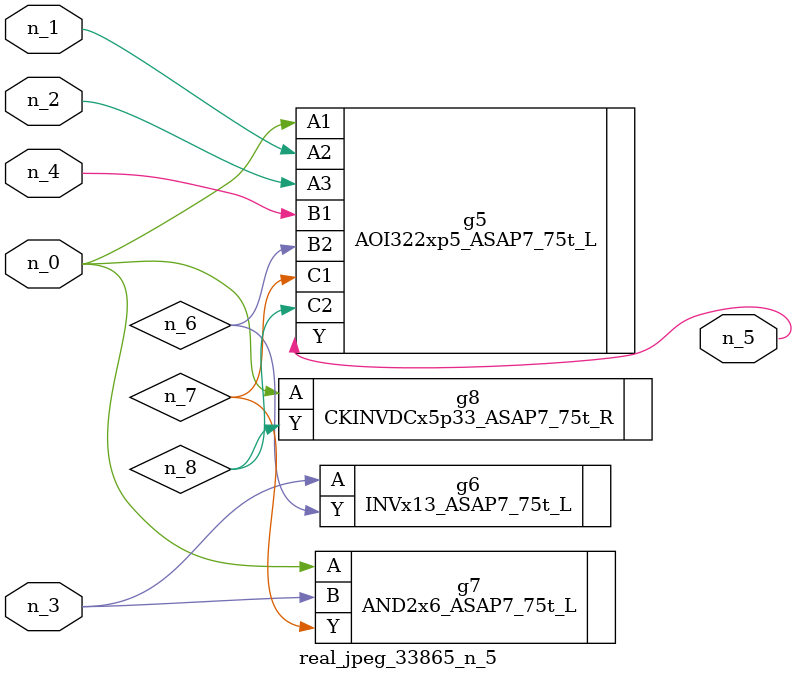
<source format=v>
module real_jpeg_33865_n_5 (n_4, n_0, n_1, n_2, n_3, n_5);

input n_4;
input n_0;
input n_1;
input n_2;
input n_3;

output n_5;

wire n_8;
wire n_6;
wire n_7;

AOI322xp5_ASAP7_75t_L g5 ( 
.A1(n_0),
.A2(n_1),
.A3(n_2),
.B1(n_4),
.B2(n_6),
.C1(n_7),
.C2(n_8),
.Y(n_5)
);

AND2x6_ASAP7_75t_L g7 ( 
.A(n_0),
.B(n_3),
.Y(n_7)
);

CKINVDCx5p33_ASAP7_75t_R g8 ( 
.A(n_0),
.Y(n_8)
);

INVx13_ASAP7_75t_L g6 ( 
.A(n_3),
.Y(n_6)
);


endmodule
</source>
